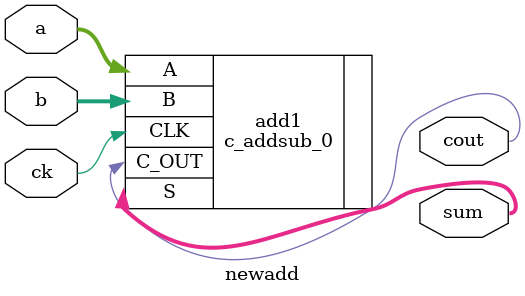
<source format=v>
`timescale 1ns / 1ps


module newadd(a, b, ck, cout, sum);
input [3:0] a, b;
input ck;
output cout;
output [3:0] sum;
c_addsub_0 add1 (
  .A(a),          // input wire [3 : 0] A
  .B(b),          // input wire [3 : 0] B
  .CLK(ck),      // input wire CLK
  .C_OUT(cout),  // output wire C_OUT
  .S(sum)          // output wire [3 : 0] S
);
endmodule

</source>
